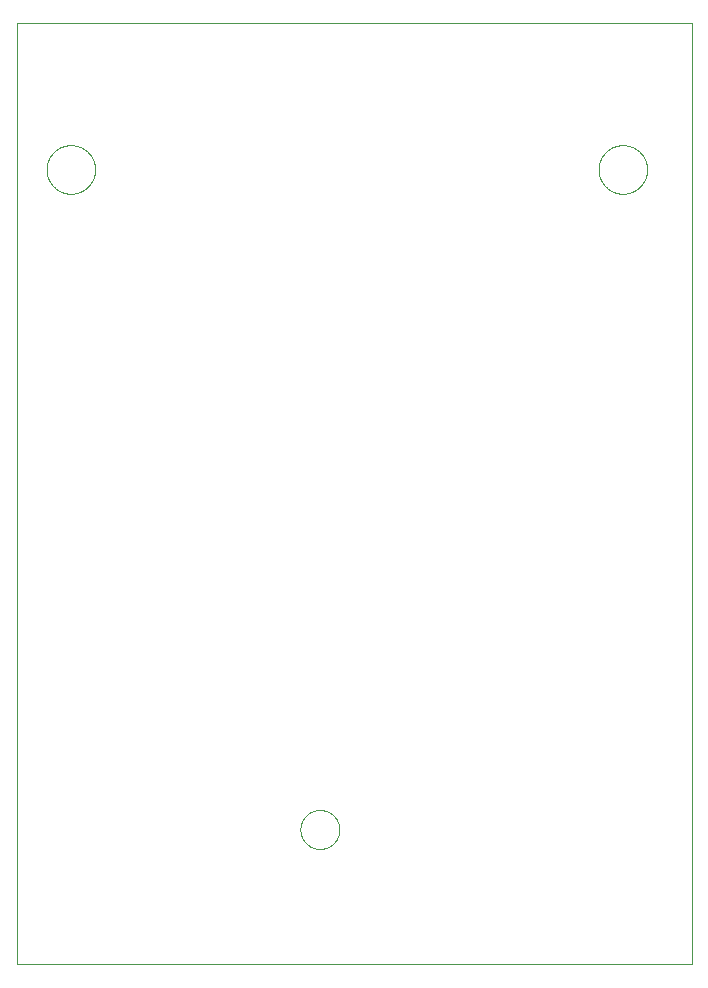
<source format=gbp>
G75*
%MOIN*%
%OFA0B0*%
%FSLAX25Y25*%
%IPPOS*%
%LPD*%
%AMOC8*
5,1,8,0,0,1.08239X$1,22.5*
%
%ADD10C,0.00000*%
D10*
X0001800Y0001800D02*
X0001800Y0315501D01*
X0226721Y0315501D01*
X0226721Y0001800D01*
X0001800Y0001800D01*
X0096300Y0046800D02*
X0096302Y0046961D01*
X0096308Y0047121D01*
X0096318Y0047282D01*
X0096332Y0047442D01*
X0096350Y0047602D01*
X0096371Y0047761D01*
X0096397Y0047920D01*
X0096427Y0048078D01*
X0096460Y0048235D01*
X0096498Y0048392D01*
X0096539Y0048547D01*
X0096584Y0048701D01*
X0096633Y0048854D01*
X0096686Y0049006D01*
X0096742Y0049157D01*
X0096803Y0049306D01*
X0096866Y0049454D01*
X0096934Y0049600D01*
X0097005Y0049744D01*
X0097079Y0049886D01*
X0097157Y0050027D01*
X0097239Y0050165D01*
X0097324Y0050302D01*
X0097412Y0050436D01*
X0097504Y0050568D01*
X0097599Y0050698D01*
X0097697Y0050826D01*
X0097798Y0050951D01*
X0097902Y0051073D01*
X0098009Y0051193D01*
X0098119Y0051310D01*
X0098232Y0051425D01*
X0098348Y0051536D01*
X0098467Y0051645D01*
X0098588Y0051750D01*
X0098712Y0051853D01*
X0098838Y0051953D01*
X0098966Y0052049D01*
X0099097Y0052142D01*
X0099231Y0052232D01*
X0099366Y0052319D01*
X0099504Y0052402D01*
X0099643Y0052482D01*
X0099785Y0052558D01*
X0099928Y0052631D01*
X0100073Y0052700D01*
X0100220Y0052766D01*
X0100368Y0052828D01*
X0100518Y0052886D01*
X0100669Y0052941D01*
X0100822Y0052992D01*
X0100976Y0053039D01*
X0101131Y0053082D01*
X0101287Y0053121D01*
X0101443Y0053157D01*
X0101601Y0053188D01*
X0101759Y0053216D01*
X0101918Y0053240D01*
X0102078Y0053260D01*
X0102238Y0053276D01*
X0102398Y0053288D01*
X0102559Y0053296D01*
X0102720Y0053300D01*
X0102880Y0053300D01*
X0103041Y0053296D01*
X0103202Y0053288D01*
X0103362Y0053276D01*
X0103522Y0053260D01*
X0103682Y0053240D01*
X0103841Y0053216D01*
X0103999Y0053188D01*
X0104157Y0053157D01*
X0104313Y0053121D01*
X0104469Y0053082D01*
X0104624Y0053039D01*
X0104778Y0052992D01*
X0104931Y0052941D01*
X0105082Y0052886D01*
X0105232Y0052828D01*
X0105380Y0052766D01*
X0105527Y0052700D01*
X0105672Y0052631D01*
X0105815Y0052558D01*
X0105957Y0052482D01*
X0106096Y0052402D01*
X0106234Y0052319D01*
X0106369Y0052232D01*
X0106503Y0052142D01*
X0106634Y0052049D01*
X0106762Y0051953D01*
X0106888Y0051853D01*
X0107012Y0051750D01*
X0107133Y0051645D01*
X0107252Y0051536D01*
X0107368Y0051425D01*
X0107481Y0051310D01*
X0107591Y0051193D01*
X0107698Y0051073D01*
X0107802Y0050951D01*
X0107903Y0050826D01*
X0108001Y0050698D01*
X0108096Y0050568D01*
X0108188Y0050436D01*
X0108276Y0050302D01*
X0108361Y0050165D01*
X0108443Y0050027D01*
X0108521Y0049886D01*
X0108595Y0049744D01*
X0108666Y0049600D01*
X0108734Y0049454D01*
X0108797Y0049306D01*
X0108858Y0049157D01*
X0108914Y0049006D01*
X0108967Y0048854D01*
X0109016Y0048701D01*
X0109061Y0048547D01*
X0109102Y0048392D01*
X0109140Y0048235D01*
X0109173Y0048078D01*
X0109203Y0047920D01*
X0109229Y0047761D01*
X0109250Y0047602D01*
X0109268Y0047442D01*
X0109282Y0047282D01*
X0109292Y0047121D01*
X0109298Y0046961D01*
X0109300Y0046800D01*
X0109298Y0046639D01*
X0109292Y0046479D01*
X0109282Y0046318D01*
X0109268Y0046158D01*
X0109250Y0045998D01*
X0109229Y0045839D01*
X0109203Y0045680D01*
X0109173Y0045522D01*
X0109140Y0045365D01*
X0109102Y0045208D01*
X0109061Y0045053D01*
X0109016Y0044899D01*
X0108967Y0044746D01*
X0108914Y0044594D01*
X0108858Y0044443D01*
X0108797Y0044294D01*
X0108734Y0044146D01*
X0108666Y0044000D01*
X0108595Y0043856D01*
X0108521Y0043714D01*
X0108443Y0043573D01*
X0108361Y0043435D01*
X0108276Y0043298D01*
X0108188Y0043164D01*
X0108096Y0043032D01*
X0108001Y0042902D01*
X0107903Y0042774D01*
X0107802Y0042649D01*
X0107698Y0042527D01*
X0107591Y0042407D01*
X0107481Y0042290D01*
X0107368Y0042175D01*
X0107252Y0042064D01*
X0107133Y0041955D01*
X0107012Y0041850D01*
X0106888Y0041747D01*
X0106762Y0041647D01*
X0106634Y0041551D01*
X0106503Y0041458D01*
X0106369Y0041368D01*
X0106234Y0041281D01*
X0106096Y0041198D01*
X0105957Y0041118D01*
X0105815Y0041042D01*
X0105672Y0040969D01*
X0105527Y0040900D01*
X0105380Y0040834D01*
X0105232Y0040772D01*
X0105082Y0040714D01*
X0104931Y0040659D01*
X0104778Y0040608D01*
X0104624Y0040561D01*
X0104469Y0040518D01*
X0104313Y0040479D01*
X0104157Y0040443D01*
X0103999Y0040412D01*
X0103841Y0040384D01*
X0103682Y0040360D01*
X0103522Y0040340D01*
X0103362Y0040324D01*
X0103202Y0040312D01*
X0103041Y0040304D01*
X0102880Y0040300D01*
X0102720Y0040300D01*
X0102559Y0040304D01*
X0102398Y0040312D01*
X0102238Y0040324D01*
X0102078Y0040340D01*
X0101918Y0040360D01*
X0101759Y0040384D01*
X0101601Y0040412D01*
X0101443Y0040443D01*
X0101287Y0040479D01*
X0101131Y0040518D01*
X0100976Y0040561D01*
X0100822Y0040608D01*
X0100669Y0040659D01*
X0100518Y0040714D01*
X0100368Y0040772D01*
X0100220Y0040834D01*
X0100073Y0040900D01*
X0099928Y0040969D01*
X0099785Y0041042D01*
X0099643Y0041118D01*
X0099504Y0041198D01*
X0099366Y0041281D01*
X0099231Y0041368D01*
X0099097Y0041458D01*
X0098966Y0041551D01*
X0098838Y0041647D01*
X0098712Y0041747D01*
X0098588Y0041850D01*
X0098467Y0041955D01*
X0098348Y0042064D01*
X0098232Y0042175D01*
X0098119Y0042290D01*
X0098009Y0042407D01*
X0097902Y0042527D01*
X0097798Y0042649D01*
X0097697Y0042774D01*
X0097599Y0042902D01*
X0097504Y0043032D01*
X0097412Y0043164D01*
X0097324Y0043298D01*
X0097239Y0043435D01*
X0097157Y0043573D01*
X0097079Y0043714D01*
X0097005Y0043856D01*
X0096934Y0044000D01*
X0096866Y0044146D01*
X0096803Y0044294D01*
X0096742Y0044443D01*
X0096686Y0044594D01*
X0096633Y0044746D01*
X0096584Y0044899D01*
X0096539Y0045053D01*
X0096498Y0045208D01*
X0096460Y0045365D01*
X0096427Y0045522D01*
X0096397Y0045680D01*
X0096371Y0045839D01*
X0096350Y0045998D01*
X0096332Y0046158D01*
X0096318Y0046318D01*
X0096308Y0046479D01*
X0096302Y0046639D01*
X0096300Y0046800D01*
X0011700Y0266800D02*
X0011702Y0266999D01*
X0011710Y0267197D01*
X0011722Y0267396D01*
X0011739Y0267594D01*
X0011761Y0267792D01*
X0011788Y0267989D01*
X0011819Y0268185D01*
X0011856Y0268380D01*
X0011897Y0268575D01*
X0011943Y0268768D01*
X0011993Y0268960D01*
X0012049Y0269151D01*
X0012109Y0269341D01*
X0012173Y0269529D01*
X0012243Y0269715D01*
X0012317Y0269900D01*
X0012395Y0270082D01*
X0012478Y0270263D01*
X0012565Y0270442D01*
X0012656Y0270618D01*
X0012752Y0270792D01*
X0012852Y0270964D01*
X0012957Y0271133D01*
X0013065Y0271300D01*
X0013178Y0271464D01*
X0013294Y0271625D01*
X0013414Y0271783D01*
X0013539Y0271939D01*
X0013667Y0272091D01*
X0013798Y0272240D01*
X0013934Y0272385D01*
X0014072Y0272528D01*
X0014215Y0272666D01*
X0014360Y0272802D01*
X0014509Y0272933D01*
X0014661Y0273061D01*
X0014817Y0273186D01*
X0014975Y0273306D01*
X0015136Y0273422D01*
X0015300Y0273535D01*
X0015467Y0273643D01*
X0015636Y0273748D01*
X0015808Y0273848D01*
X0015982Y0273944D01*
X0016158Y0274035D01*
X0016337Y0274122D01*
X0016518Y0274205D01*
X0016700Y0274283D01*
X0016885Y0274357D01*
X0017071Y0274427D01*
X0017259Y0274491D01*
X0017449Y0274551D01*
X0017640Y0274607D01*
X0017832Y0274657D01*
X0018025Y0274703D01*
X0018220Y0274744D01*
X0018415Y0274781D01*
X0018611Y0274812D01*
X0018808Y0274839D01*
X0019006Y0274861D01*
X0019204Y0274878D01*
X0019403Y0274890D01*
X0019601Y0274898D01*
X0019800Y0274900D01*
X0019999Y0274898D01*
X0020197Y0274890D01*
X0020396Y0274878D01*
X0020594Y0274861D01*
X0020792Y0274839D01*
X0020989Y0274812D01*
X0021185Y0274781D01*
X0021380Y0274744D01*
X0021575Y0274703D01*
X0021768Y0274657D01*
X0021960Y0274607D01*
X0022151Y0274551D01*
X0022341Y0274491D01*
X0022529Y0274427D01*
X0022715Y0274357D01*
X0022900Y0274283D01*
X0023082Y0274205D01*
X0023263Y0274122D01*
X0023442Y0274035D01*
X0023618Y0273944D01*
X0023792Y0273848D01*
X0023964Y0273748D01*
X0024133Y0273643D01*
X0024300Y0273535D01*
X0024464Y0273422D01*
X0024625Y0273306D01*
X0024783Y0273186D01*
X0024939Y0273061D01*
X0025091Y0272933D01*
X0025240Y0272802D01*
X0025385Y0272666D01*
X0025528Y0272528D01*
X0025666Y0272385D01*
X0025802Y0272240D01*
X0025933Y0272091D01*
X0026061Y0271939D01*
X0026186Y0271783D01*
X0026306Y0271625D01*
X0026422Y0271464D01*
X0026535Y0271300D01*
X0026643Y0271133D01*
X0026748Y0270964D01*
X0026848Y0270792D01*
X0026944Y0270618D01*
X0027035Y0270442D01*
X0027122Y0270263D01*
X0027205Y0270082D01*
X0027283Y0269900D01*
X0027357Y0269715D01*
X0027427Y0269529D01*
X0027491Y0269341D01*
X0027551Y0269151D01*
X0027607Y0268960D01*
X0027657Y0268768D01*
X0027703Y0268575D01*
X0027744Y0268380D01*
X0027781Y0268185D01*
X0027812Y0267989D01*
X0027839Y0267792D01*
X0027861Y0267594D01*
X0027878Y0267396D01*
X0027890Y0267197D01*
X0027898Y0266999D01*
X0027900Y0266800D01*
X0027898Y0266601D01*
X0027890Y0266403D01*
X0027878Y0266204D01*
X0027861Y0266006D01*
X0027839Y0265808D01*
X0027812Y0265611D01*
X0027781Y0265415D01*
X0027744Y0265220D01*
X0027703Y0265025D01*
X0027657Y0264832D01*
X0027607Y0264640D01*
X0027551Y0264449D01*
X0027491Y0264259D01*
X0027427Y0264071D01*
X0027357Y0263885D01*
X0027283Y0263700D01*
X0027205Y0263518D01*
X0027122Y0263337D01*
X0027035Y0263158D01*
X0026944Y0262982D01*
X0026848Y0262808D01*
X0026748Y0262636D01*
X0026643Y0262467D01*
X0026535Y0262300D01*
X0026422Y0262136D01*
X0026306Y0261975D01*
X0026186Y0261817D01*
X0026061Y0261661D01*
X0025933Y0261509D01*
X0025802Y0261360D01*
X0025666Y0261215D01*
X0025528Y0261072D01*
X0025385Y0260934D01*
X0025240Y0260798D01*
X0025091Y0260667D01*
X0024939Y0260539D01*
X0024783Y0260414D01*
X0024625Y0260294D01*
X0024464Y0260178D01*
X0024300Y0260065D01*
X0024133Y0259957D01*
X0023964Y0259852D01*
X0023792Y0259752D01*
X0023618Y0259656D01*
X0023442Y0259565D01*
X0023263Y0259478D01*
X0023082Y0259395D01*
X0022900Y0259317D01*
X0022715Y0259243D01*
X0022529Y0259173D01*
X0022341Y0259109D01*
X0022151Y0259049D01*
X0021960Y0258993D01*
X0021768Y0258943D01*
X0021575Y0258897D01*
X0021380Y0258856D01*
X0021185Y0258819D01*
X0020989Y0258788D01*
X0020792Y0258761D01*
X0020594Y0258739D01*
X0020396Y0258722D01*
X0020197Y0258710D01*
X0019999Y0258702D01*
X0019800Y0258700D01*
X0019601Y0258702D01*
X0019403Y0258710D01*
X0019204Y0258722D01*
X0019006Y0258739D01*
X0018808Y0258761D01*
X0018611Y0258788D01*
X0018415Y0258819D01*
X0018220Y0258856D01*
X0018025Y0258897D01*
X0017832Y0258943D01*
X0017640Y0258993D01*
X0017449Y0259049D01*
X0017259Y0259109D01*
X0017071Y0259173D01*
X0016885Y0259243D01*
X0016700Y0259317D01*
X0016518Y0259395D01*
X0016337Y0259478D01*
X0016158Y0259565D01*
X0015982Y0259656D01*
X0015808Y0259752D01*
X0015636Y0259852D01*
X0015467Y0259957D01*
X0015300Y0260065D01*
X0015136Y0260178D01*
X0014975Y0260294D01*
X0014817Y0260414D01*
X0014661Y0260539D01*
X0014509Y0260667D01*
X0014360Y0260798D01*
X0014215Y0260934D01*
X0014072Y0261072D01*
X0013934Y0261215D01*
X0013798Y0261360D01*
X0013667Y0261509D01*
X0013539Y0261661D01*
X0013414Y0261817D01*
X0013294Y0261975D01*
X0013178Y0262136D01*
X0013065Y0262300D01*
X0012957Y0262467D01*
X0012852Y0262636D01*
X0012752Y0262808D01*
X0012656Y0262982D01*
X0012565Y0263158D01*
X0012478Y0263337D01*
X0012395Y0263518D01*
X0012317Y0263700D01*
X0012243Y0263885D01*
X0012173Y0264071D01*
X0012109Y0264259D01*
X0012049Y0264449D01*
X0011993Y0264640D01*
X0011943Y0264832D01*
X0011897Y0265025D01*
X0011856Y0265220D01*
X0011819Y0265415D01*
X0011788Y0265611D01*
X0011761Y0265808D01*
X0011739Y0266006D01*
X0011722Y0266204D01*
X0011710Y0266403D01*
X0011702Y0266601D01*
X0011700Y0266800D01*
X0195700Y0266800D02*
X0195702Y0266999D01*
X0195710Y0267197D01*
X0195722Y0267396D01*
X0195739Y0267594D01*
X0195761Y0267792D01*
X0195788Y0267989D01*
X0195819Y0268185D01*
X0195856Y0268380D01*
X0195897Y0268575D01*
X0195943Y0268768D01*
X0195993Y0268960D01*
X0196049Y0269151D01*
X0196109Y0269341D01*
X0196173Y0269529D01*
X0196243Y0269715D01*
X0196317Y0269900D01*
X0196395Y0270082D01*
X0196478Y0270263D01*
X0196565Y0270442D01*
X0196656Y0270618D01*
X0196752Y0270792D01*
X0196852Y0270964D01*
X0196957Y0271133D01*
X0197065Y0271300D01*
X0197178Y0271464D01*
X0197294Y0271625D01*
X0197414Y0271783D01*
X0197539Y0271939D01*
X0197667Y0272091D01*
X0197798Y0272240D01*
X0197934Y0272385D01*
X0198072Y0272528D01*
X0198215Y0272666D01*
X0198360Y0272802D01*
X0198509Y0272933D01*
X0198661Y0273061D01*
X0198817Y0273186D01*
X0198975Y0273306D01*
X0199136Y0273422D01*
X0199300Y0273535D01*
X0199467Y0273643D01*
X0199636Y0273748D01*
X0199808Y0273848D01*
X0199982Y0273944D01*
X0200158Y0274035D01*
X0200337Y0274122D01*
X0200518Y0274205D01*
X0200700Y0274283D01*
X0200885Y0274357D01*
X0201071Y0274427D01*
X0201259Y0274491D01*
X0201449Y0274551D01*
X0201640Y0274607D01*
X0201832Y0274657D01*
X0202025Y0274703D01*
X0202220Y0274744D01*
X0202415Y0274781D01*
X0202611Y0274812D01*
X0202808Y0274839D01*
X0203006Y0274861D01*
X0203204Y0274878D01*
X0203403Y0274890D01*
X0203601Y0274898D01*
X0203800Y0274900D01*
X0203999Y0274898D01*
X0204197Y0274890D01*
X0204396Y0274878D01*
X0204594Y0274861D01*
X0204792Y0274839D01*
X0204989Y0274812D01*
X0205185Y0274781D01*
X0205380Y0274744D01*
X0205575Y0274703D01*
X0205768Y0274657D01*
X0205960Y0274607D01*
X0206151Y0274551D01*
X0206341Y0274491D01*
X0206529Y0274427D01*
X0206715Y0274357D01*
X0206900Y0274283D01*
X0207082Y0274205D01*
X0207263Y0274122D01*
X0207442Y0274035D01*
X0207618Y0273944D01*
X0207792Y0273848D01*
X0207964Y0273748D01*
X0208133Y0273643D01*
X0208300Y0273535D01*
X0208464Y0273422D01*
X0208625Y0273306D01*
X0208783Y0273186D01*
X0208939Y0273061D01*
X0209091Y0272933D01*
X0209240Y0272802D01*
X0209385Y0272666D01*
X0209528Y0272528D01*
X0209666Y0272385D01*
X0209802Y0272240D01*
X0209933Y0272091D01*
X0210061Y0271939D01*
X0210186Y0271783D01*
X0210306Y0271625D01*
X0210422Y0271464D01*
X0210535Y0271300D01*
X0210643Y0271133D01*
X0210748Y0270964D01*
X0210848Y0270792D01*
X0210944Y0270618D01*
X0211035Y0270442D01*
X0211122Y0270263D01*
X0211205Y0270082D01*
X0211283Y0269900D01*
X0211357Y0269715D01*
X0211427Y0269529D01*
X0211491Y0269341D01*
X0211551Y0269151D01*
X0211607Y0268960D01*
X0211657Y0268768D01*
X0211703Y0268575D01*
X0211744Y0268380D01*
X0211781Y0268185D01*
X0211812Y0267989D01*
X0211839Y0267792D01*
X0211861Y0267594D01*
X0211878Y0267396D01*
X0211890Y0267197D01*
X0211898Y0266999D01*
X0211900Y0266800D01*
X0211898Y0266601D01*
X0211890Y0266403D01*
X0211878Y0266204D01*
X0211861Y0266006D01*
X0211839Y0265808D01*
X0211812Y0265611D01*
X0211781Y0265415D01*
X0211744Y0265220D01*
X0211703Y0265025D01*
X0211657Y0264832D01*
X0211607Y0264640D01*
X0211551Y0264449D01*
X0211491Y0264259D01*
X0211427Y0264071D01*
X0211357Y0263885D01*
X0211283Y0263700D01*
X0211205Y0263518D01*
X0211122Y0263337D01*
X0211035Y0263158D01*
X0210944Y0262982D01*
X0210848Y0262808D01*
X0210748Y0262636D01*
X0210643Y0262467D01*
X0210535Y0262300D01*
X0210422Y0262136D01*
X0210306Y0261975D01*
X0210186Y0261817D01*
X0210061Y0261661D01*
X0209933Y0261509D01*
X0209802Y0261360D01*
X0209666Y0261215D01*
X0209528Y0261072D01*
X0209385Y0260934D01*
X0209240Y0260798D01*
X0209091Y0260667D01*
X0208939Y0260539D01*
X0208783Y0260414D01*
X0208625Y0260294D01*
X0208464Y0260178D01*
X0208300Y0260065D01*
X0208133Y0259957D01*
X0207964Y0259852D01*
X0207792Y0259752D01*
X0207618Y0259656D01*
X0207442Y0259565D01*
X0207263Y0259478D01*
X0207082Y0259395D01*
X0206900Y0259317D01*
X0206715Y0259243D01*
X0206529Y0259173D01*
X0206341Y0259109D01*
X0206151Y0259049D01*
X0205960Y0258993D01*
X0205768Y0258943D01*
X0205575Y0258897D01*
X0205380Y0258856D01*
X0205185Y0258819D01*
X0204989Y0258788D01*
X0204792Y0258761D01*
X0204594Y0258739D01*
X0204396Y0258722D01*
X0204197Y0258710D01*
X0203999Y0258702D01*
X0203800Y0258700D01*
X0203601Y0258702D01*
X0203403Y0258710D01*
X0203204Y0258722D01*
X0203006Y0258739D01*
X0202808Y0258761D01*
X0202611Y0258788D01*
X0202415Y0258819D01*
X0202220Y0258856D01*
X0202025Y0258897D01*
X0201832Y0258943D01*
X0201640Y0258993D01*
X0201449Y0259049D01*
X0201259Y0259109D01*
X0201071Y0259173D01*
X0200885Y0259243D01*
X0200700Y0259317D01*
X0200518Y0259395D01*
X0200337Y0259478D01*
X0200158Y0259565D01*
X0199982Y0259656D01*
X0199808Y0259752D01*
X0199636Y0259852D01*
X0199467Y0259957D01*
X0199300Y0260065D01*
X0199136Y0260178D01*
X0198975Y0260294D01*
X0198817Y0260414D01*
X0198661Y0260539D01*
X0198509Y0260667D01*
X0198360Y0260798D01*
X0198215Y0260934D01*
X0198072Y0261072D01*
X0197934Y0261215D01*
X0197798Y0261360D01*
X0197667Y0261509D01*
X0197539Y0261661D01*
X0197414Y0261817D01*
X0197294Y0261975D01*
X0197178Y0262136D01*
X0197065Y0262300D01*
X0196957Y0262467D01*
X0196852Y0262636D01*
X0196752Y0262808D01*
X0196656Y0262982D01*
X0196565Y0263158D01*
X0196478Y0263337D01*
X0196395Y0263518D01*
X0196317Y0263700D01*
X0196243Y0263885D01*
X0196173Y0264071D01*
X0196109Y0264259D01*
X0196049Y0264449D01*
X0195993Y0264640D01*
X0195943Y0264832D01*
X0195897Y0265025D01*
X0195856Y0265220D01*
X0195819Y0265415D01*
X0195788Y0265611D01*
X0195761Y0265808D01*
X0195739Y0266006D01*
X0195722Y0266204D01*
X0195710Y0266403D01*
X0195702Y0266601D01*
X0195700Y0266800D01*
M02*

</source>
